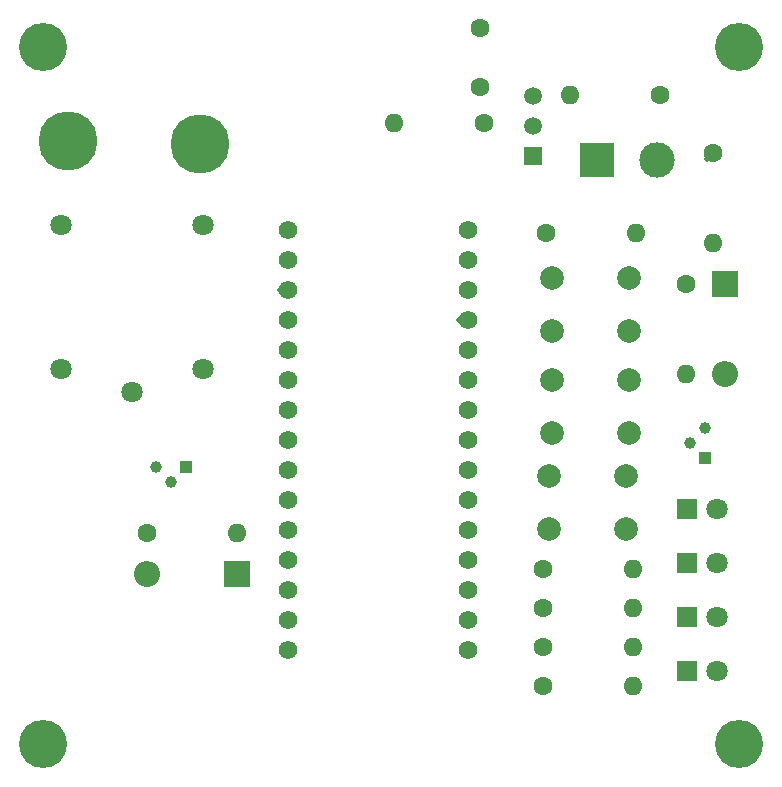
<source format=gbr>
G04 #@! TF.FileFunction,Copper,L1,Top,Signal*
%FSLAX46Y46*%
G04 Gerber Fmt 4.6, Leading zero omitted, Abs format (unit mm)*
G04 Created by KiCad (PCBNEW 4.0.7) date 03/29/20 17:22:54*
%MOMM*%
%LPD*%
G01*
G04 APERTURE LIST*
%ADD10C,0.100000*%
%ADD11C,1.600000*%
%ADD12O,1.600000X1.600000*%
%ADD13C,1.800000*%
%ADD14C,1.574800*%
%ADD15R,1.800000X1.800000*%
%ADD16R,3.000000X3.000000*%
%ADD17C,3.000000*%
%ADD18C,1.000000*%
%ADD19R,1.000000X1.000000*%
%ADD20C,2.000000*%
%ADD21C,4.064000*%
%ADD22R,2.200000X2.200000*%
%ADD23O,2.200000X2.200000*%
%ADD24C,5.000000*%
%ADD25C,1.520000*%
%ADD26R,1.520000X1.520000*%
%ADD27C,0.500000*%
G04 APERTURE END LIST*
D10*
D11*
X171875000Y-83700000D03*
D12*
X179495000Y-83700000D03*
D13*
X164550000Y-69800000D03*
X164550000Y-57600000D03*
X176550000Y-57600000D03*
X170550000Y-71800000D03*
X176550000Y-69800000D03*
D14*
X183800000Y-93590000D03*
X199040000Y-93590000D03*
X183800000Y-91050000D03*
X199040000Y-91050000D03*
X183800000Y-88510000D03*
X199040000Y-88510000D03*
X183800000Y-85970000D03*
X199040000Y-85970000D03*
X183800000Y-83430000D03*
X199040000Y-83430000D03*
X183800000Y-80890000D03*
X199040000Y-80890000D03*
X183800000Y-78350000D03*
X199040000Y-78350000D03*
X183800000Y-75810000D03*
X199040000Y-75810000D03*
X183800000Y-73270000D03*
X199040000Y-73270000D03*
X183800000Y-70730000D03*
X199040000Y-70730000D03*
X183800000Y-68190000D03*
X199040000Y-68190000D03*
X183800000Y-65650000D03*
X199040000Y-65650000D03*
X183800000Y-63110000D03*
X199040000Y-63110000D03*
X183800000Y-60570000D03*
X199040000Y-60570000D03*
X183800000Y-58030000D03*
X199040000Y-58030000D03*
D15*
X217582000Y-95368000D03*
D13*
X220122000Y-95368000D03*
D15*
X217582000Y-90796000D03*
D13*
X220122000Y-90796000D03*
D15*
X217582000Y-86224000D03*
D13*
X220122000Y-86224000D03*
D16*
X209900000Y-52125000D03*
D17*
X214980000Y-52125000D03*
D18*
X217836000Y-76064000D03*
X219106000Y-74794000D03*
D19*
X219106000Y-77334000D03*
D11*
X200330000Y-48980000D03*
D12*
X192710000Y-48980000D03*
D11*
X217500000Y-62600000D03*
D12*
X217500000Y-70220000D03*
D11*
X205644000Y-58284000D03*
D12*
X213264000Y-58284000D03*
D11*
X219750000Y-51575000D03*
D12*
X219750000Y-59195000D03*
D20*
X205898000Y-83358000D03*
X205898000Y-78858000D03*
X212398000Y-83358000D03*
X212398000Y-78858000D03*
X206152000Y-75230000D03*
X206152000Y-70730000D03*
X212652000Y-75230000D03*
X212652000Y-70730000D03*
X206152000Y-66594000D03*
X206152000Y-62094000D03*
X212652000Y-66594000D03*
X212652000Y-62094000D03*
D11*
X205390000Y-96638000D03*
D12*
X213010000Y-96638000D03*
D11*
X205390000Y-93336000D03*
D12*
X213010000Y-93336000D03*
D11*
X205390000Y-90034000D03*
D12*
X213010000Y-90034000D03*
D21*
X222000000Y-101600000D03*
X163000000Y-101600000D03*
X163000000Y-42600000D03*
X222000000Y-42600000D03*
D22*
X179475000Y-87225000D03*
D23*
X171855000Y-87225000D03*
D22*
X220800000Y-62600000D03*
D23*
X220800000Y-70220000D03*
D18*
X173894000Y-79366000D03*
X172624000Y-78096000D03*
D19*
X175164000Y-78096000D03*
D15*
X217582000Y-81652000D03*
D13*
X220122000Y-81652000D03*
D11*
X205390000Y-86732000D03*
D12*
X213010000Y-86732000D03*
D24*
X165150000Y-50550000D03*
X176350000Y-50800000D03*
D25*
X204550000Y-49235000D03*
X204550000Y-46695000D03*
D26*
X204550000Y-51775000D03*
D11*
X199990000Y-45990000D03*
X199990000Y-40990000D03*
X215296000Y-46600000D03*
D12*
X207676000Y-46600000D03*
D27*
X209900000Y-52125000D02*
X209940000Y-52125000D01*
X209900000Y-52125000D02*
X209900000Y-51871000D01*
X183800000Y-63110000D02*
X183090000Y-63110000D01*
X204680000Y-46725000D02*
X204934000Y-46725000D01*
X212652000Y-66594000D02*
X213006000Y-66594000D01*
X199040000Y-65650000D02*
X198278000Y-65650000D01*
X199040000Y-60570000D02*
X199294000Y-60570000D01*
X219242000Y-52083000D02*
X219750000Y-51575000D01*
M02*

</source>
